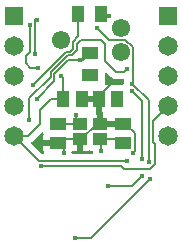
<source format=gbr>
%TF.GenerationSoftware,KiCad,Pcbnew,(6.0.2)*%
%TF.CreationDate,2022-12-01T20:05:35+01:00*%
%TF.ProjectId,nightUSB,6e696768-7455-4534-922e-6b696361645f,rev?*%
%TF.SameCoordinates,Original*%
%TF.FileFunction,Copper,L2,Bot*%
%TF.FilePolarity,Positive*%
%FSLAX46Y46*%
G04 Gerber Fmt 4.6, Leading zero omitted, Abs format (unit mm)*
G04 Created by KiCad (PCBNEW (6.0.2)) date 2022-12-01 20:05:35*
%MOMM*%
%LPD*%
G01*
G04 APERTURE LIST*
%TA.AperFunction,SMDPad,CuDef*%
%ADD10R,1.000000X1.450000*%
%TD*%
%TA.AperFunction,SMDPad,CuDef*%
%ADD11R,1.020000X1.470000*%
%TD*%
%TA.AperFunction,ComponentPad*%
%ADD12C,1.650000*%
%TD*%
%TA.AperFunction,ComponentPad*%
%ADD13R,1.650000X1.650000*%
%TD*%
%TA.AperFunction,ComponentPad*%
%ADD14C,1.550000*%
%TD*%
%TA.AperFunction,SMDPad,CuDef*%
%ADD15R,1.200000X1.000000*%
%TD*%
%TA.AperFunction,SMDPad,CuDef*%
%ADD16R,1.450000X1.000000*%
%TD*%
%TA.AperFunction,SMDPad,CuDef*%
%ADD17R,1.470000X1.020000*%
%TD*%
%TA.AperFunction,ViaPad*%
%ADD18C,0.400000*%
%TD*%
%TA.AperFunction,Conductor*%
%ADD19C,0.150000*%
%TD*%
G04 APERTURE END LIST*
D10*
%TO.P,R2,1*%
%TO.N,Net-(U1-Pad6)*%
X90950000Y-65800000D03*
%TO.P,R2,2*%
%TO.N,Net-(R2-Pad2)*%
X92850000Y-65800000D03*
%TD*%
D11*
%TO.P,C3,1*%
%TO.N,GND*%
X91250000Y-73050000D03*
%TO.P,C3,2*%
%TO.N,+5V*%
X89650000Y-73050000D03*
%TD*%
D12*
%TO.P,J3,5,5*%
%TO.N,GND*%
X98500000Y-76160000D03*
%TO.P,J3,4,4*%
%TO.N,/RB7*%
X98500000Y-73620000D03*
%TO.P,J3,3,3*%
%TO.N,/RB6*%
X98500000Y-71080000D03*
%TO.P,J3,2,2*%
%TO.N,/RB5*%
X98500000Y-68540000D03*
D13*
%TO.P,J3,1,1*%
%TO.N,/RB4*%
X98500000Y-66000000D03*
%TD*%
D14*
%TO.P,J1,7*%
%TO.N,N/C*%
X89460000Y-68000000D03*
%TO.P,J1,8*%
X94540000Y-66984000D03*
%TO.P,J1,9*%
X94540000Y-69016000D03*
%TD*%
D12*
%TO.P,J4,5,5*%
%TO.N,+5V*%
X85500000Y-76160000D03*
%TO.P,J4,4,4*%
%TO.N,/RC7*%
X85500000Y-73620000D03*
%TO.P,J4,3,3*%
%TO.N,/RC6*%
X85500000Y-71080000D03*
%TO.P,J4,2,2*%
%TO.N,/RC1*%
X85500000Y-68540000D03*
D13*
%TO.P,J4,1,1*%
%TO.N,/RC0*%
X85500000Y-66000000D03*
%TD*%
D11*
%TO.P,C4,1*%
%TO.N,GND*%
X92650000Y-73050000D03*
%TO.P,C4,2*%
%TO.N,Net-(C4-Pad2)*%
X94250000Y-73050000D03*
%TD*%
D15*
%TO.P,Y1,4,GND_2*%
%TO.N,GND*%
X92750000Y-75100000D03*
%TO.P,Y1,3,CRYSTAL_2*%
%TO.N,/Crystal2*%
X91050000Y-75100000D03*
%TO.P,Y1,2,GND_1*%
%TO.N,GND*%
X91050000Y-76400000D03*
%TO.P,Y1,1,CRYSTAL_1*%
%TO.N,/Cyrstal1*%
X92750000Y-76400000D03*
%TD*%
D16*
%TO.P,R1,1*%
%TO.N,unconnected-(R1-Pad1)*%
X91950000Y-71000000D03*
%TO.P,R1,2*%
%TO.N,/MCLR*%
X91950000Y-69100000D03*
%TD*%
D17*
%TO.P,C2,1*%
%TO.N,GND*%
X89200000Y-76700000D03*
%TO.P,C2,2*%
%TO.N,/Crystal2*%
X89200000Y-75100000D03*
%TD*%
%TO.P,C1,1*%
%TO.N,/Cyrstal1*%
X94700000Y-76700000D03*
%TO.P,C1,2*%
%TO.N,GND*%
X94700000Y-75100000D03*
%TD*%
D18*
%TO.N,/PGD*%
X96900000Y-78350000D03*
%TO.N,Net-(R2-Pad2)*%
X93500000Y-65950000D03*
%TO.N,/PGD*%
X92562121Y-67005352D03*
%TO.N,Net-(U1-Pad6)*%
X87100000Y-71800000D03*
%TO.N,+5V*%
X87500000Y-70350000D03*
%TO.N,/MCLR*%
X87400000Y-73000000D03*
%TO.N,+5V*%
X86825500Y-66725166D03*
%TO.N,GND*%
X93950000Y-71450000D03*
%TO.N,/PGC*%
X93450000Y-80350000D03*
X96350000Y-79500000D03*
X96350000Y-78100000D03*
X95500000Y-72375000D03*
%TO.N,/PGD*%
X90700000Y-84762500D03*
X97050000Y-79750000D03*
%TO.N,GND*%
X95550000Y-77600000D03*
%TO.N,Net-(U1-Pad7)*%
X86800000Y-74750000D03*
%TO.N,/Crystal2*%
X90750000Y-74350000D03*
%TO.N,/Cyrstal1*%
X92900000Y-77400000D03*
%TO.N,Net-(U1-Pad14)*%
X87400000Y-66300000D03*
X87250000Y-69200000D03*
%TO.N,GND*%
X92650000Y-73050000D03*
%TO.N,/RB7*%
X87750000Y-78674500D03*
%TO.N,Net-(U1-Pad7)*%
X95100000Y-70475500D03*
%TO.N,/PGD*%
X95500000Y-71725000D03*
%TO.N,+5V*%
X95100000Y-78250000D03*
%TO.N,GND*%
X89750000Y-77550000D03*
%TO.N,/MCLR*%
X91050000Y-69700000D03*
%TO.N,+5V*%
X89450000Y-71050000D03*
%TO.N,Net-(C4-Pad2)*%
X94250000Y-73050000D03*
%TD*%
D19*
%TO.N,/RB7*%
X97250000Y-74870000D02*
X98500000Y-73620000D01*
X97250000Y-76650000D02*
X97250000Y-74870000D01*
X97400000Y-76800000D02*
X97250000Y-76650000D01*
X97400000Y-78500000D02*
X97400000Y-76800000D01*
X97000000Y-78900000D02*
X97400000Y-78500000D01*
X94800000Y-78900000D02*
X97000000Y-78900000D01*
X94574500Y-78674500D02*
X94800000Y-78900000D01*
X87750000Y-78674500D02*
X94574500Y-78674500D01*
%TO.N,/PGD*%
X96900000Y-73125000D02*
X95500000Y-71725000D01*
X96900000Y-78350000D02*
X96900000Y-73125000D01*
%TO.N,Net-(U1-Pad6)*%
X90950000Y-67650000D02*
X90950000Y-65800000D01*
X90450000Y-68150000D02*
X90950000Y-67650000D01*
%TO.N,Net-(R2-Pad2)*%
X93500000Y-65950000D02*
X93000000Y-65950000D01*
X93000000Y-65950000D02*
X92850000Y-65800000D01*
%TO.N,/PGD*%
X93540280Y-67983511D02*
X92562121Y-67005352D01*
X94033511Y-67983511D02*
X93540280Y-67983511D01*
%TO.N,+5V*%
X89650000Y-71250000D02*
X89450000Y-71050000D01*
%TO.N,Net-(U1-Pad6)*%
X87200000Y-71726414D02*
X89926414Y-69000000D01*
X87200000Y-71800000D02*
X87200000Y-71726414D01*
X87100000Y-71800000D02*
X87200000Y-71800000D01*
X89926414Y-69000000D02*
X90200000Y-69000000D01*
%TO.N,Net-(U1-Pad7)*%
X94825500Y-70750000D02*
X95100000Y-70475500D01*
X94150000Y-70750000D02*
X94825500Y-70750000D01*
X93200000Y-69800000D02*
X94150000Y-70750000D01*
X93200000Y-68350000D02*
X93200000Y-69800000D01*
X92850000Y-68000000D02*
X93200000Y-68350000D01*
X91200000Y-68000000D02*
X92850000Y-68000000D01*
X90400000Y-69300000D02*
X90850000Y-68850000D01*
X90850000Y-68850000D02*
X90850000Y-68350000D01*
X90850000Y-68350000D02*
X91200000Y-68000000D01*
X88600000Y-71150000D02*
X88600000Y-70750000D01*
X88600000Y-70750000D02*
X90050000Y-69300000D01*
X86800000Y-72950000D02*
X88600000Y-71150000D01*
X90050000Y-69300000D02*
X90400000Y-69300000D01*
X86800000Y-74750000D02*
X86800000Y-72950000D01*
%TO.N,+5V*%
X87500000Y-70350000D02*
X86850000Y-70350000D01*
X86850000Y-70350000D02*
X86474825Y-69974825D01*
%TO.N,/MCLR*%
X90100000Y-69700000D02*
X91050000Y-69700000D01*
X88900000Y-71500000D02*
X88900000Y-70900000D01*
X87400000Y-73000000D02*
X88900000Y-71500000D01*
X88900000Y-70900000D02*
X90100000Y-69700000D01*
%TO.N,+5V*%
X86474825Y-69974825D02*
X86474825Y-69374825D01*
X86825500Y-69024150D02*
X86474825Y-69374825D01*
X86825500Y-66725166D02*
X86825500Y-69024150D01*
%TO.N,GND*%
X92650000Y-72750000D02*
X93950000Y-71450000D01*
X92650000Y-73050000D02*
X92650000Y-72750000D01*
%TO.N,/PGC*%
X96350000Y-79500000D02*
X95550000Y-80300000D01*
X95550000Y-80300000D02*
X95500000Y-80350000D01*
X96350000Y-73225000D02*
X96350000Y-78100000D01*
X95500000Y-80350000D02*
X93450000Y-80350000D01*
X95500000Y-72375000D02*
X96350000Y-73225000D01*
%TO.N,/PGD*%
X92037500Y-84762500D02*
X90700000Y-84762500D01*
X97050000Y-79750000D02*
X92037500Y-84762500D01*
%TO.N,GND*%
X95700000Y-77450000D02*
X95550000Y-77600000D01*
X95700000Y-77350000D02*
X95700000Y-77450000D01*
X94925000Y-75100000D02*
X95700000Y-75875000D01*
X94700000Y-75100000D02*
X94925000Y-75100000D01*
X95700000Y-75875000D02*
X95700000Y-77350000D01*
%TO.N,+5V*%
X87700000Y-73950000D02*
X87700000Y-75126726D01*
X86666726Y-76160000D02*
X85500000Y-76160000D01*
X88600000Y-73050000D02*
X87700000Y-73950000D01*
X87700000Y-75126726D02*
X86666726Y-76160000D01*
X89650000Y-73050000D02*
X88600000Y-73050000D01*
%TO.N,Net-(U1-Pad6)*%
X90450000Y-68750000D02*
X90450000Y-68150000D01*
X90200000Y-69000000D02*
X90450000Y-68750000D01*
%TO.N,/Crystal2*%
X90750000Y-74350000D02*
X90750000Y-74800000D01*
X90750000Y-74800000D02*
X91050000Y-75100000D01*
%TO.N,/Cyrstal1*%
X92900000Y-77400000D02*
X92900000Y-76550000D01*
X92900000Y-76550000D02*
X92750000Y-76400000D01*
%TO.N,Net-(U1-Pad14)*%
X87250000Y-69200000D02*
X87250000Y-66250000D01*
X87350000Y-66250000D02*
X87400000Y-66300000D01*
X87250000Y-66250000D02*
X87350000Y-66250000D01*
%TO.N,/PGD*%
X94933511Y-67983511D02*
X95539511Y-68589511D01*
X94033511Y-67983511D02*
X94933511Y-67983511D01*
X95539511Y-68589511D02*
X95539511Y-71685489D01*
X95539511Y-71685489D02*
X95500000Y-71725000D01*
%TO.N,+5V*%
X87590000Y-78250000D02*
X85500000Y-76160000D01*
X95100000Y-78250000D02*
X87590000Y-78250000D01*
%TO.N,GND*%
X89750000Y-77550000D02*
X89750000Y-77250000D01*
X89750000Y-77250000D02*
X89200000Y-76700000D01*
%TO.N,/MCLR*%
X91350000Y-69700000D02*
X91950000Y-69100000D01*
X91050000Y-69700000D02*
X91350000Y-69700000D01*
%TO.N,+5V*%
X89650000Y-73050000D02*
X89650000Y-71250000D01*
%TO.N,/Crystal2*%
X91050000Y-75100000D02*
X89200000Y-75100000D01*
%TO.N,/Cyrstal1*%
X94400000Y-76400000D02*
X94700000Y-76700000D01*
X92750000Y-76400000D02*
X94400000Y-76400000D01*
%TO.N,GND*%
X91250000Y-73050000D02*
X92650000Y-73050000D01*
X92750000Y-73150000D02*
X92650000Y-73050000D01*
X92750000Y-75100000D02*
X92750000Y-73150000D01*
X91050000Y-76400000D02*
X89500000Y-76400000D01*
X89500000Y-76400000D02*
X89200000Y-76700000D01*
X92500978Y-75100000D02*
X92750000Y-75100000D01*
X91200978Y-76400000D02*
X92500978Y-75100000D01*
X91050000Y-76400000D02*
X91200978Y-76400000D01*
X94700000Y-75100000D02*
X92750000Y-75100000D01*
%TD*%
%TA.AperFunction,Conductor*%
%TO.N,GND*%
G36*
X87920515Y-75835570D02*
G01*
X87977351Y-75878117D01*
X88002162Y-75944637D01*
X87994465Y-75997856D01*
X87966522Y-76072394D01*
X87962895Y-76087649D01*
X87957369Y-76138514D01*
X87957000Y-76145328D01*
X87957000Y-76427885D01*
X87961475Y-76443124D01*
X87962865Y-76444329D01*
X87970548Y-76446000D01*
X89328000Y-76446000D01*
X89396121Y-76466002D01*
X89442614Y-76519658D01*
X89454000Y-76572000D01*
X89454000Y-76828000D01*
X89433998Y-76896121D01*
X89380342Y-76942614D01*
X89328000Y-76954000D01*
X87975116Y-76954000D01*
X87959877Y-76958475D01*
X87958672Y-76959865D01*
X87957001Y-76967548D01*
X87957001Y-77254669D01*
X87957371Y-77261490D01*
X87962895Y-77312352D01*
X87966521Y-77327604D01*
X88011676Y-77448054D01*
X88020214Y-77463648D01*
X88021179Y-77464936D01*
X88021738Y-77466432D01*
X88024522Y-77471517D01*
X88023788Y-77471919D01*
X88046026Y-77531443D01*
X88030972Y-77600825D01*
X87980797Y-77651055D01*
X87920352Y-77666500D01*
X87883883Y-77666500D01*
X87815762Y-77646498D01*
X87794788Y-77629595D01*
X86991229Y-76826036D01*
X86957203Y-76763724D01*
X86962268Y-76692909D01*
X87003620Y-76636979D01*
X87076333Y-76581184D01*
X87076337Y-76581180D01*
X87082883Y-76576157D01*
X87101345Y-76552097D01*
X87112212Y-76539707D01*
X87787388Y-75864531D01*
X87849700Y-75830505D01*
X87920515Y-75835570D01*
G37*
%TD.AperFunction*%
%TA.AperFunction,Conductor*%
G36*
X91246121Y-76166002D02*
G01*
X91292614Y-76219658D01*
X91304000Y-76272000D01*
X91304000Y-77389884D01*
X91308475Y-77405123D01*
X91309865Y-77406328D01*
X91317548Y-77407999D01*
X91694669Y-77407999D01*
X91701490Y-77407629D01*
X91752352Y-77402105D01*
X91767606Y-77398478D01*
X91855059Y-77365694D01*
X91925866Y-77360511D01*
X91943517Y-77365694D01*
X92032282Y-77398971D01*
X92032288Y-77398973D01*
X92039684Y-77401745D01*
X92047535Y-77402598D01*
X92047540Y-77402599D01*
X92081872Y-77406328D01*
X92088611Y-77407060D01*
X92154173Y-77434302D01*
X92194600Y-77492664D01*
X92200244Y-77518508D01*
X92201146Y-77526685D01*
X92188734Y-77596588D01*
X92140499Y-77648684D01*
X92075906Y-77666500D01*
X90479648Y-77666500D01*
X90411527Y-77646498D01*
X90365034Y-77592842D01*
X90354930Y-77522568D01*
X90378818Y-77464940D01*
X90383689Y-77458440D01*
X90440547Y-77415922D01*
X90484519Y-77408000D01*
X90777885Y-77408000D01*
X90793124Y-77403525D01*
X90794329Y-77402135D01*
X90796000Y-77394452D01*
X90796000Y-76272000D01*
X90816002Y-76203879D01*
X90869658Y-76157386D01*
X90922000Y-76146000D01*
X91178000Y-76146000D01*
X91246121Y-76166002D01*
G37*
%TD.AperFunction*%
%TA.AperFunction,Conductor*%
G36*
X92846121Y-72816002D02*
G01*
X92892614Y-72869658D01*
X92904000Y-72922000D01*
X92904000Y-74033885D01*
X92908475Y-74049124D01*
X92915075Y-74054843D01*
X92967094Y-74083247D01*
X93001120Y-74145559D01*
X93004000Y-74172344D01*
X93004000Y-74827885D01*
X93008475Y-74843124D01*
X93009865Y-74844329D01*
X93017548Y-74846000D01*
X94828000Y-74846000D01*
X94896121Y-74866002D01*
X94942614Y-74919658D01*
X94954000Y-74972000D01*
X94954000Y-75228000D01*
X94933998Y-75296121D01*
X94880342Y-75342614D01*
X94828000Y-75354000D01*
X92622000Y-75354000D01*
X92553879Y-75333998D01*
X92507386Y-75280342D01*
X92496000Y-75228000D01*
X92496000Y-74351115D01*
X92491525Y-74335876D01*
X92484925Y-74330157D01*
X92432906Y-74301753D01*
X92398880Y-74239441D01*
X92396000Y-74212656D01*
X92396000Y-73322115D01*
X92391525Y-73306876D01*
X92390135Y-73305671D01*
X92382452Y-73304000D01*
X91122000Y-73304000D01*
X91053879Y-73283998D01*
X91007386Y-73230342D01*
X90996000Y-73178000D01*
X90996000Y-72922000D01*
X91016002Y-72853879D01*
X91069658Y-72807386D01*
X91122000Y-72796000D01*
X92778000Y-72796000D01*
X92846121Y-72816002D01*
G37*
%TD.AperFunction*%
%TA.AperFunction,Conductor*%
G36*
X93392012Y-70817659D02*
G01*
X93398595Y-70823788D01*
X93704514Y-71129707D01*
X93715381Y-71142097D01*
X93733843Y-71166157D01*
X93740389Y-71171180D01*
X93839772Y-71247439D01*
X93849178Y-71254657D01*
X93849182Y-71254659D01*
X93855733Y-71259686D01*
X93997676Y-71318481D01*
X94150000Y-71338535D01*
X94158188Y-71337457D01*
X94180056Y-71334578D01*
X94196503Y-71333500D01*
X94707793Y-71333500D01*
X94775914Y-71353502D01*
X94822407Y-71407158D01*
X94832511Y-71477432D01*
X94825186Y-71505269D01*
X94811479Y-71540426D01*
X94811478Y-71540430D01*
X94808718Y-71547509D01*
X94807727Y-71555040D01*
X94807726Y-71555042D01*
X94789044Y-71696947D01*
X94760321Y-71761874D01*
X94701056Y-71800965D01*
X94664122Y-71806500D01*
X93691866Y-71806500D01*
X93629684Y-71813255D01*
X93493516Y-71864302D01*
X93422711Y-71869485D01*
X93405058Y-71864302D01*
X93277606Y-71816522D01*
X93254669Y-71811068D01*
X93255371Y-71808117D01*
X93202906Y-71786318D01*
X93162479Y-71727956D01*
X93160023Y-71657002D01*
X93164093Y-71644067D01*
X93173971Y-71617718D01*
X93173973Y-71617712D01*
X93176745Y-71610316D01*
X93183500Y-71548134D01*
X93183500Y-70912883D01*
X93203502Y-70844762D01*
X93257158Y-70798269D01*
X93327432Y-70788165D01*
X93392012Y-70817659D01*
G37*
%TD.AperFunction*%
%TD*%
M02*

</source>
